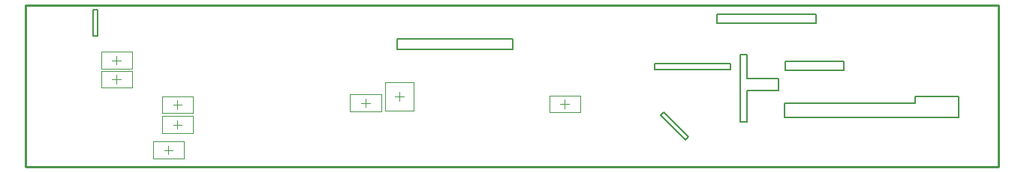
<source format=gbr>
%TF.GenerationSoftware,Altium Limited,Altium Designer,19.1.7 (138)*%
G04 Layer_Color=16711935*
%FSLAX26Y26*%
%MOIN*%
%TF.FileFunction,Other,Mechanical_1*%
%TF.Part,Single*%
G01*
G75*
%TA.AperFunction,NonConductor*%
%ADD10C,0.006000*%
%ADD11C,0.003937*%
%ADD12C,0.010000*%
D10*
X3370000Y220000D02*
Y285000D01*
Y220000D02*
X4145000D01*
Y315000D01*
X3950000D02*
X4145000D01*
X3950000Y285000D02*
Y315000D01*
X3370000Y285000D02*
X3950000D01*
X3375000Y430000D02*
Y470000D01*
Y430000D02*
X3635000D01*
Y470000D01*
X3375000D02*
X3635000D01*
X3175000Y200000D02*
Y500000D01*
Y200000D02*
X3205000D01*
Y340000D01*
X3345000D01*
Y395000D01*
X3205000D02*
X3345000D01*
X3205000D02*
Y500000D01*
X3175000D02*
X3205000D01*
X2820000Y230000D02*
X2835000Y245000D01*
X2820000Y230000D02*
X2930000Y120000D01*
X2945000Y135000D01*
X2835000Y245000D02*
X2945000Y135000D01*
X2795000Y435000D02*
Y460000D01*
Y435000D02*
X3130000D01*
Y460000D01*
X2795000D02*
X3130000D01*
X3070000Y640000D02*
Y680000D01*
Y640000D02*
X3510000D01*
Y680000D01*
X3070000D02*
X3510000D01*
X1650000Y525000D02*
Y570000D01*
Y525000D02*
X2165000D01*
Y570000D01*
X1650000D02*
X2165000D01*
X300000Y585000D02*
Y700000D01*
Y585000D02*
X320000D01*
Y700000D01*
X300000D02*
X320000D01*
D11*
X2463465Y242598D02*
Y317401D01*
X2325669Y242598D02*
Y317401D01*
Y242598D02*
X2463465D01*
X2325669Y317401D02*
X2463465D01*
X2374882Y280000D02*
X2414252D01*
X2394567Y260315D02*
Y299685D01*
X1597008Y375315D02*
X1722992D01*
X1597008Y249331D02*
X1722992D01*
Y375315D01*
X1597008Y249331D02*
Y375315D01*
X1660000Y292638D02*
Y332008D01*
X1640315Y312323D02*
X1679685D01*
X1578898Y247598D02*
Y322401D01*
X1441102Y247598D02*
Y322401D01*
Y247598D02*
X1578898D01*
X1441102Y322401D02*
X1578898D01*
X1490315Y285000D02*
X1529685D01*
X1510000Y265315D02*
Y304685D01*
X473465Y352598D02*
Y427401D01*
X335669Y352598D02*
Y427401D01*
Y352598D02*
X473465D01*
X335669Y427401D02*
X473465D01*
X384882Y390000D02*
X424252D01*
X404567Y370315D02*
Y409685D01*
X335669Y437599D02*
Y512402D01*
X473465Y437599D02*
Y512402D01*
X335669D02*
X473465D01*
X335669Y437599D02*
X473465D01*
X384882Y475000D02*
X424252D01*
X404567Y455315D02*
Y494685D01*
X703898Y37598D02*
Y112401D01*
X566102Y37598D02*
Y112401D01*
Y37598D02*
X703898D01*
X566102Y112401D02*
X703898D01*
X615315Y75000D02*
X654685D01*
X635000Y55315D02*
Y94685D01*
X606102Y150932D02*
X743898D01*
X606102D02*
Y225735D01*
X743898Y150932D02*
Y225735D01*
X606102D02*
X743898D01*
X655315Y188333D02*
X694685D01*
X675000Y168648D02*
Y208018D01*
X675000Y256981D02*
Y296352D01*
X655315Y276667D02*
X694685D01*
X606102Y314068D02*
X743898D01*
X606102Y239265D02*
X743898D01*
X606102D02*
Y314068D01*
X743898Y239265D02*
Y314068D01*
D12*
X0Y0D02*
X4320000D01*
Y720000D01*
X0D02*
X4320000D01*
X0Y0D02*
Y720000D01*
%TF.MD5,6da232a2710899a7fef1bf7bfc46d777*%
M02*

</source>
